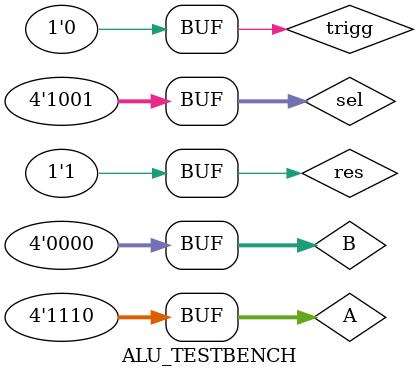
<source format=sv>
module ALU_TESTBENCH;

	parameter N = 4;
	
	reg trigg;
	reg res;
	reg [N-1:0] A;
	reg [N-1:0] B;
	reg [3:0] sel;
	
	wire Negative;
	wire Zero;
	wire CarryOut;
	wire Overflow;
	wire [N-1:0] Result;
	wire [3:0] oper;
	
	ALU #(.M(N)) Alu_TEST(
		.A(A),
		.B(B),
		.trigger(trigg),
		.reset(res),
		.ALU_Sel(sel),
		.CarryOut(CarryOut),
		.Zero(Zero),
		.Negative(Negative),
		.Overflow(Overflow),
		.ALU_Out(Result)  //Requiere que la ALU tenga un output
	);
	
	
	initial begin
	
		// Test case 1 - Sumador
		sel = 4'b0000;
		A = 4'b1010;
		B = 4'b0111;
		
		res = 1'b0;
		trigg = 1'b1;
		#40;
		res = 1'b1;
		trigg = 1'b0;
		#40;
		
		sel = 4'b0000;
		A = 4'b1111;
		B = 4'b1111;
		
		res = 1'b0;
		trigg = 1'b1;
		#40;
		res = 1'b1;
		trigg = 1'b0;
		#40;
		
		
		// Test case 2 - Restador
		sel = 4'b0001;
		A = 4'b1010;
		B = 4'b0111;
		
		res = 1'b0;
		trigg = 1'b1;
		#40;
		res = 1'b1;
		trigg = 1'b0;
		#40;
		
		sel = 4'b0001;
		A = 4'b1110;
		B = 4'b0011;

		res = 1'b0;
		trigg = 1'b1;
		#40;
		res = 1'b1;
		trigg = 1'b0;
		#40;
		
		//Test case 3 - Multiplicador
		sel = 4'b0010;
		A = 4'b0010;
		B = 4'b0010;

		res = 1'b0;
		trigg = 1'b1;
		#40;
		res = 1'b1;
		trigg = 1'b0;
		#40;
		
		sel = 4'b0010;
		A = 4'b0011;
		B = 4'b0001;

		res = 1'b0;
		trigg = 1'b1;
		#40;
		res = 1'b1;
		trigg = 1'b0;
		#40;
		
		//Test case 4 - Divisor
		sel = 4'b0011;
		A = 4'b0011;
		B = 4'b0011;

		res = 1'b0;
		trigg = 1'b1;
		#40;
		res = 1'b1;
		trigg = 1'b0;
		#40;
		
		sel = 4'b0011;
		A = 4'b0101;
		B = 4'b0011;

		res = 1'b0;
		trigg = 1'b1;
		#40;
		res = 1'b1;
		trigg = 1'b0;
		#40;
		
		//Test case 5 - Modulo
		sel = 4'b0100;
		A = 4'b0011;
		B = 4'b0011;
		
		res = 1'b0;
		trigg = 1'b1;
		#40;
		res = 1'b1;
		trigg = 1'b0;
		#40;
		
		sel = 4'b0100;
		A = 4'b0101;
		B = 4'b0011;
		
		res = 1'b0;
		trigg = 1'b1;
		#40;
		res = 1'b1;
		trigg = 1'b0;
		#40;
		
		// Test case 6 - AND
		sel = 4'b0101;
		A = 4'b1010;
		B = 4'b0111;
		
		res = 1'b0;
		trigg = 1'b1;
		#40;
		res = 1'b1;
		trigg = 1'b0;
		#40;
		
		sel = 4'b0101;
		A = 4'b1110;
		B = 4'b0101;
		
		res = 1'b0;
		trigg = 1'b1;
		#40;
		res = 1'b1;
		trigg = 1'b0;
		#40;
		
		
		// Test case 7 - OR
		sel = 4'b0110;
		A = 4'b1010;
		B = 4'b0111;
		
		res = 1'b0;
		trigg = 1'b1;
		#40;
		res = 1'b1;
		trigg = 1'b0;
		#40;
		
		sel = 4'b0110;
		A = 4'b1110;
		B = 4'b0101;
		
		res = 1'b0;
		trigg = 1'b1;
		#40;
		res = 1'b1;
		trigg = 1'b0;
		#40;
		
		
		// Test case 8 - XOR
		sel = 4'b0111;
		A = 4'b1010;
		B = 4'b0111;
		
		res = 1'b0;
		trigg = 1'b1;
		#40;
		res = 1'b1;
		trigg = 1'b0;
		#40;
		
		sel = 4'b0111;
		A = 4'b1110;
		B = 4'b0011;
		
		res = 1'b0;
		trigg = 1'b1;
		#40;
		res = 1'b1;
		trigg = 1'b0;
		#40;
		
	
		// Test case 9 - Shift left
		sel = 4'b1000;
		A = 4'b1010;
		B = 4'b0000;
		
		res = 1'b0;
		trigg = 1'b1;
		#40;
		res = 1'b1;
		trigg = 1'b0;
		#40;
		
		sel = 4'b1000;
		A = 4'b0110;
		B = 4'b0000;
		
		res = 1'b0;
		trigg = 1'b1;
		#40;
		res = 1'b1;
		trigg = 1'b0;
		#40;
		
		
		//Test case 10 - Shift Right
		sel = 4'b1001;
		A = 4'b1010;
		B = 4'b0000;
		
		res = 1'b0;
		trigg = 1'b1;
		#40;
		res = 1'b1;
		trigg = 1'b0;
		#40;
		
		sel = 4'b1001;
		A = 4'b1110;
		B = 4'b0000;
		
		res = 1'b0;
		trigg = 1'b1;
		#40;
		res = 1'b1;
		trigg = 1'b0;
		#40;
		
		end
		
endmodule
</source>
